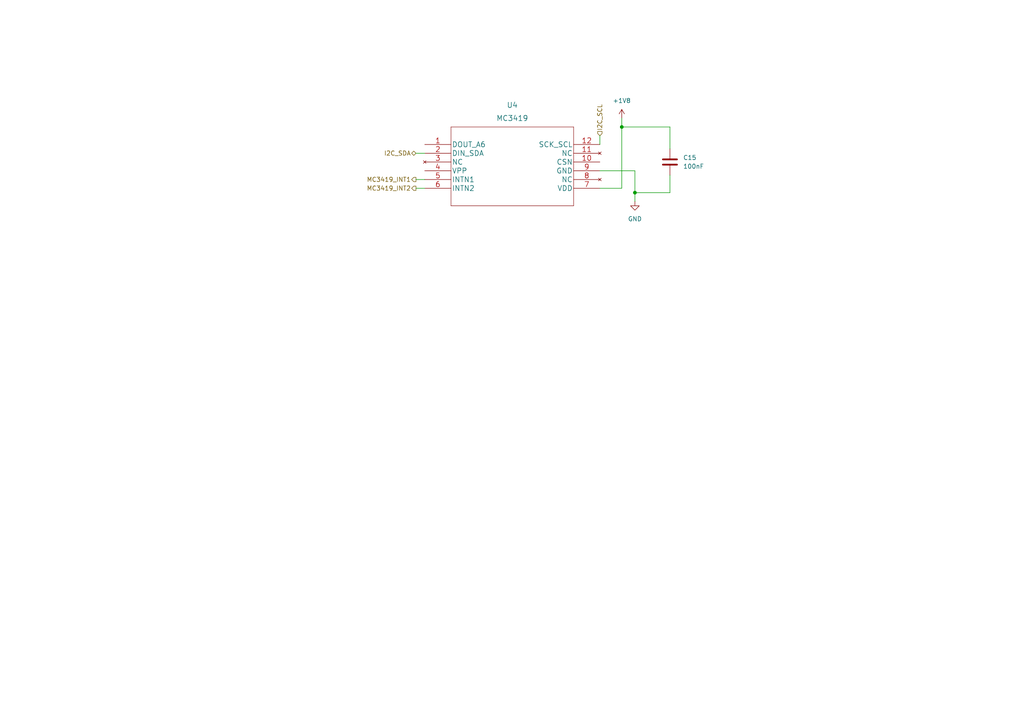
<source format=kicad_sch>
(kicad_sch (version 20211123) (generator eeschema)
  (paper "A4")
  (lib_symbols
    (symbol "Device:C" (pin_numbers hide) (pin_names (offset 0.254))
      (property "Reference" "C" (at 0.635 2.54 0))
      (property "Value" "C" (at 0.635 -2.54 0))
      (symbol "C_0_1"
        (polyline (pts (xy -2.032 -0.762) (xy 2.032 -0.762)) (stroke (width 0.508)))
        (polyline (pts (xy -2.032 0.762) (xy 2.032 0.762)) (stroke (width 0.508)))
      )
      (symbol "C_1_1"
        (pin passive line (at 0 3.81 270) (length 2.794) (name "~") (number "1"))
        (pin passive line (at 0 -3.81 90) (length 2.794) (name "~") (number "2"))
      )
    )
    (symbol "SB_Sensor:MC3419" (pin_names (offset 0.254))
      (property "Reference" "U" (at 25.4 10.16 0))
      (property "Value" "MC3419" (at 25.4 7.62 0))
      (symbol "MC3419_1_1"
        (polyline (pts (xy 7.62 -17.78) (xy 43.18 -17.78)) (stroke (width 0.127)))
        (polyline (pts (xy 7.62 5.08) (xy 7.62 -17.78)) (stroke (width 0.127)))
        (polyline (pts (xy 43.18 -17.78) (xy 43.18 5.08)) (stroke (width 0.127)))
        (polyline (pts (xy 43.18 5.08) (xy 7.62 5.08)) (stroke (width 0.127)))
        (pin bidirectional line (at 0 0 0) (length 7.62) (name "DOUT_A6") (number "1"))
        (pin input line (at 50.8 -5.08 180) (length 7.62) (name "CSN") (number "10"))
        (pin no_connect line (at 50.8 -2.54 180) (length 7.62) (name "NC") (number "11"))
        (pin input line (at 50.8 0 180) (length 7.62) (name "SCK_SCL") (number "12"))
        (pin bidirectional line (at 0 -2.54 0) (length 7.62) (name "DIN_SDA") (number "2"))
        (pin no_connect line (at 0 -5.08 0) (length 7.62) (name "NC") (number "3"))
        (pin power_in line (at 0 -7.62 0) (length 7.62) (name "VPP") (number "4"))
        (pin output line (at 0 -10.16 0) (length 7.62) (name "INTN1") (number "5"))
        (pin output line (at 0 -12.7 0) (length 7.62) (name "INTN2") (number "6"))
        (pin power_in line (at 50.8 -12.7 180) (length 7.62) (name "VDD") (number "7"))
        (pin no_connect line (at 50.8 -10.16 180) (length 7.62) (name "NC") (number "8"))
        (pin power_in line (at 50.8 -7.62 180) (length 7.62) (name "GND") (number "9"))
      )
    )
    (symbol "power:+1V8" (power) (pin_names (offset 0))
      (property "Value" "+1V8" (at 0 3.556 0))
      (symbol "+1V8_0_1"
        (polyline (pts (xy -0.762 1.27) (xy 0 2.54)))
        (polyline (pts (xy 0 0) (xy 0 2.54)))
        (polyline (pts (xy 0 2.54) (xy 0.762 1.27)))
      )
      (symbol "+1V8_1_1"
        (pin power_in line (at 0 0 90) (length 0) hide (name "+1V8") (number "1"))
      )
    )
    (symbol "power:GND" (power) (pin_names (offset 0))
      (property "Value" "GND" (at 0 -3.81 0))
      (symbol "GND_0_1"
        (polyline (pts (xy 0 0) (xy 0 -1.27) (xy 1.27 -1.27) (xy 0 -2.54) (xy -1.27 -1.27) (xy 0 -1.27)))
      )
      (symbol "GND_1_1"
        (pin power_in line (at 0 0 270) (length 0) hide (name "GND") (number "1"))
      )
    )
  )
  (junction (at 184.15 55.88))
  (junction (at 180.34 36.83))
  (wire (pts (xy 184.15 49.53) (xy 184.15 55.88)))
  (wire (pts (xy 120.65 52.07) (xy 123.19 52.07)))
  (wire (pts (xy 194.31 55.88) (xy 184.15 55.88)))
  (wire (pts (xy 180.34 36.83) (xy 180.34 34.29)))
  (wire (pts (xy 194.31 50.8) (xy 194.31 55.88)))
  (wire (pts (xy 180.34 54.61) (xy 180.34 36.83)))
  (wire (pts (xy 120.65 44.45) (xy 123.19 44.45)))
  (wire (pts (xy 194.31 43.18) (xy 194.31 36.83)))
  (wire (pts (xy 173.99 39.37) (xy 173.99 41.91)))
  (wire (pts (xy 184.15 55.88) (xy 184.15 58.42)))
  (wire (pts (xy 194.31 36.83) (xy 180.34 36.83)))
  (wire (pts (xy 173.99 54.61) (xy 180.34 54.61)))
  (wire (pts (xy 173.99 49.53) (xy 184.15 49.53)))
  (wire (pts (xy 120.65 54.61) (xy 123.19 54.61)))
  (hierarchical_label "MC3419_INT1" (shape output) (at 120.65 52.07 180))
  (hierarchical_label "I2C_SDA" (shape bidirectional) (at 120.65 44.45 180))
  (hierarchical_label "I2C_SCL" (shape input) (at 173.99 39.37 90))
  (hierarchical_label "MC3419_INT2" (shape output) (at 120.65 54.61 180))
  (symbol (lib_id "SB_Sensor:MC3419") (at 123.19 41.91 0) (unit 1)
    (property "Reference" "U4" (at 148.59 30.48 0) (effects (font (size 1.524 1.524))))
    (property "Value" "MC3419" (at 148.59 34.29 0) (effects (font (size 1.524 1.524))))
    (property "Footprint" "Package_LGA:LGA-12_2x2mm_P0.5mm" (effects hide))
    (property "Datasheet" "https://cdn.sparkfun.com/assets/3/1/f/1/0/MC3419_datasheet.pdf" (effects hide))
  )
  (symbol (lib_id "power:+1V8") (at 180.34 34.29 0) (unit 1)
    (property "Reference" "#PWR0114" (effects hide))
    (property "Value" "+1V8" (at 180.34 29.21 0))
  )
  (symbol (lib_id "power:GND") (at 184.15 58.42 0) (unit 1)
    (property "Reference" "#PWR0115" (effects hide))
    (property "Value" "GND" (at 184.15 63.5 0))
  )
  (symbol (lib_id "Device:C") (at 194.31 46.99 0) (unit 1)
    (property "Reference" "C15" (at 198.12 45.7199 0) (effects (justify left)))
    (property "Value" "100nF" (at 198.12 48.2599 0) (effects (justify left)))
  )
)
</source>
